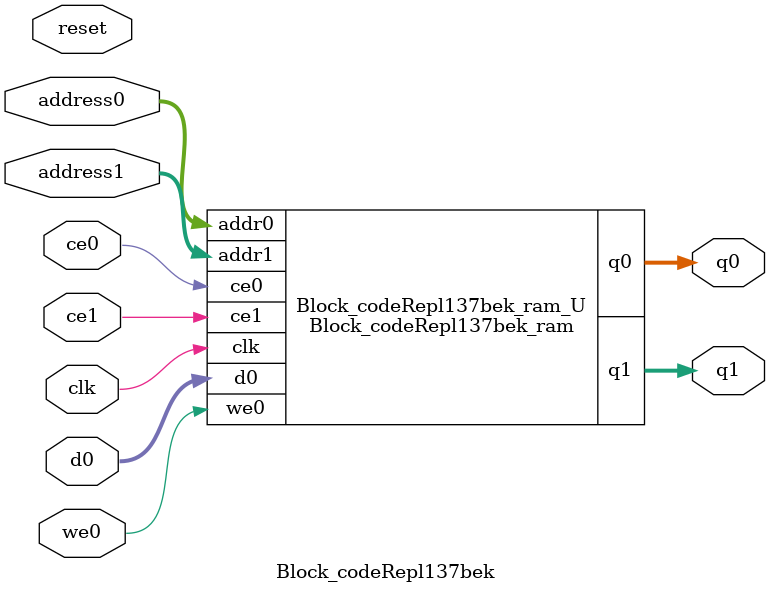
<source format=v>
`timescale 1 ns / 1 ps
module Block_codeRepl137bek_ram (addr0, ce0, d0, we0, q0, addr1, ce1, q1,  clk);

parameter DWIDTH = 5;
parameter AWIDTH = 18;
parameter MEM_SIZE = 204800;

input[AWIDTH-1:0] addr0;
input ce0;
input[DWIDTH-1:0] d0;
input we0;
output reg[DWIDTH-1:0] q0;
input[AWIDTH-1:0] addr1;
input ce1;
output reg[DWIDTH-1:0] q1;
input clk;

(* ram_style = "block" *)reg [DWIDTH-1:0] ram[0:MEM_SIZE-1];




always @(posedge clk)  
begin 
    if (ce0) begin
        if (we0) 
            ram[addr0] <= d0; 
        q0 <= ram[addr0];
    end
end


always @(posedge clk)  
begin 
    if (ce1) begin
        q1 <= ram[addr1];
    end
end


endmodule

`timescale 1 ns / 1 ps
module Block_codeRepl137bek(
    reset,
    clk,
    address0,
    ce0,
    we0,
    d0,
    q0,
    address1,
    ce1,
    q1);

parameter DataWidth = 32'd5;
parameter AddressRange = 32'd204800;
parameter AddressWidth = 32'd18;
input reset;
input clk;
input[AddressWidth - 1:0] address0;
input ce0;
input we0;
input[DataWidth - 1:0] d0;
output[DataWidth - 1:0] q0;
input[AddressWidth - 1:0] address1;
input ce1;
output[DataWidth - 1:0] q1;



Block_codeRepl137bek_ram Block_codeRepl137bek_ram_U(
    .clk( clk ),
    .addr0( address0 ),
    .ce0( ce0 ),
    .we0( we0 ),
    .d0( d0 ),
    .q0( q0 ),
    .addr1( address1 ),
    .ce1( ce1 ),
    .q1( q1 ));

endmodule


</source>
